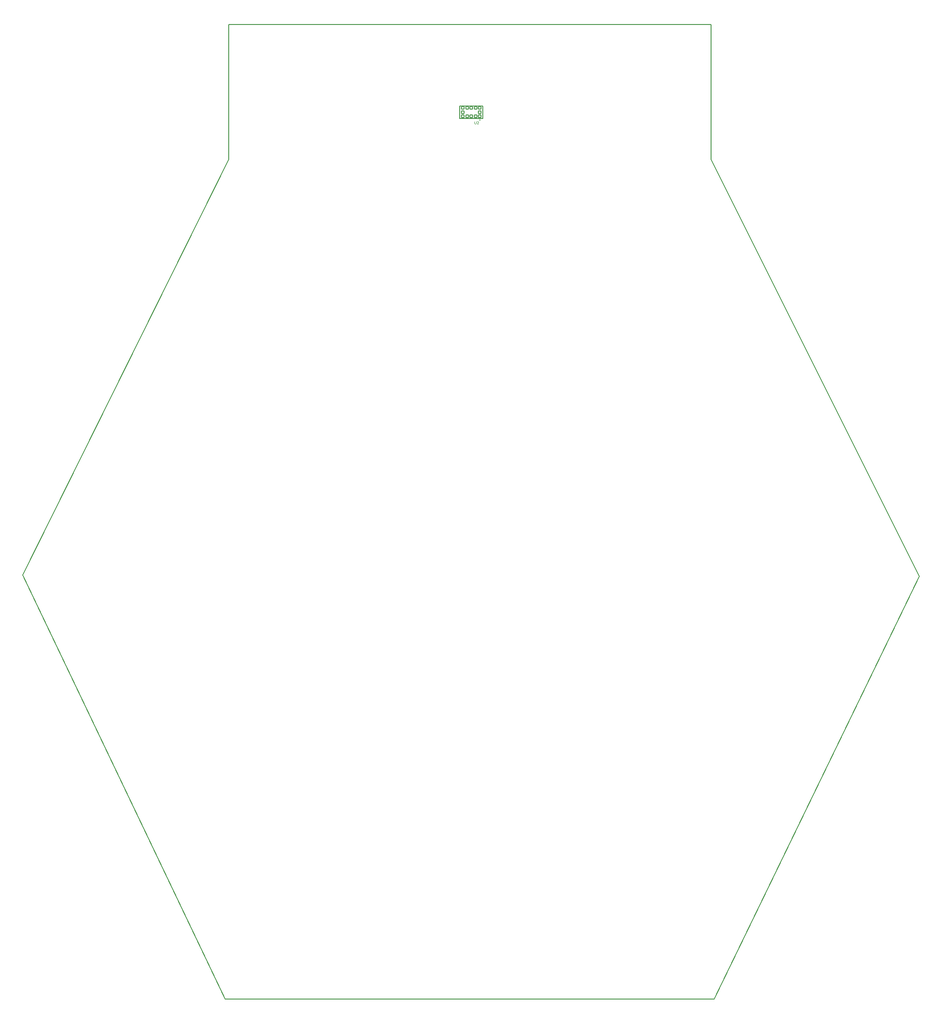
<source format=gto>
%TF.GenerationSoftware,KiCad,Pcbnew,6.0.11+dfsg-1*%
%TF.CreationDate,2024-04-05T16:29:55+02:00*%
%TF.ProjectId,hexapad,68657861-7061-4642-9e6b-696361645f70,rev?*%
%TF.SameCoordinates,Original*%
%TF.FileFunction,Legend,Top*%
%TF.FilePolarity,Positive*%
%FSLAX46Y46*%
G04 Gerber Fmt 4.6, Leading zero omitted, Abs format (unit mm)*
G04 Created by KiCad (PCBNEW 6.0.11+dfsg-1) date 2024-04-05 16:29:55*
%MOMM*%
%LPD*%
G01*
G04 APERTURE LIST*
G04 Aperture macros list*
%AMRoundRect*
0 Rectangle with rounded corners*
0 $1 Rounding radius*
0 $2 $3 $4 $5 $6 $7 $8 $9 X,Y pos of 4 corners*
0 Add a 4 corners polygon primitive as box body*
4,1,4,$2,$3,$4,$5,$6,$7,$8,$9,$2,$3,0*
0 Add four circle primitives for the rounded corners*
1,1,$1+$1,$2,$3*
1,1,$1+$1,$4,$5*
1,1,$1+$1,$6,$7*
1,1,$1+$1,$8,$9*
0 Add four rect primitives between the rounded corners*
20,1,$1+$1,$2,$3,$4,$5,0*
20,1,$1+$1,$4,$5,$6,$7,0*
20,1,$1+$1,$6,$7,$8,$9,0*
20,1,$1+$1,$8,$9,$2,$3,0*%
G04 Aperture macros list end*
%ADD10C,0.150000*%
%ADD11C,0.120042*%
%ADD12C,0.127000*%
%ADD13RoundRect,0.102000X-0.250000X-0.250000X0.250000X-0.250000X0.250000X0.250000X-0.250000X0.250000X0*%
G04 APERTURE END LIST*
D10*
X125300000Y-60475000D02*
X86125000Y-139475000D01*
X217100000Y-34800000D02*
X125300000Y-34798000D01*
X124625000Y-220075000D02*
X217700000Y-220075000D01*
X256700000Y-139725000D02*
X217075000Y-60475000D01*
X217700000Y-220075000D02*
X256700000Y-139725000D01*
X217075000Y-60475000D02*
X217100000Y-34800000D01*
X125300000Y-34798000D02*
X125300000Y-60475000D01*
X86125000Y-139475000D02*
X124625000Y-220075000D01*
D11*
X172075002Y-53229557D02*
X172075002Y-53618263D01*
X172097867Y-53663993D01*
X172120732Y-53686858D01*
X172166462Y-53709723D01*
X172257922Y-53709723D01*
X172303652Y-53686858D01*
X172326517Y-53663993D01*
X172349382Y-53618263D01*
X172349382Y-53229557D01*
X172555168Y-53275288D02*
X172578033Y-53252423D01*
X172623763Y-53229557D01*
X172738088Y-53229557D01*
X172783818Y-53252423D01*
X172806683Y-53275288D01*
X172829548Y-53321018D01*
X172829548Y-53366748D01*
X172806683Y-53435343D01*
X172532303Y-53709723D01*
X172829548Y-53709723D01*
D12*
X169264500Y-50260000D02*
X169264500Y-52660000D01*
X173664500Y-50260000D02*
X169264500Y-50260000D01*
X169264500Y-52660000D02*
X173664500Y-52660000D01*
X173664500Y-52660000D02*
X173664500Y-50260000D01*
D10*
X173162500Y-52956000D02*
G75*
G03*
X173162500Y-52956000I-75000J0D01*
G01*
%LPC*%
D13*
X173064500Y-52260000D03*
X172264500Y-52260000D03*
X171464500Y-52260000D03*
X170664500Y-52260000D03*
X169864500Y-52260000D03*
X169864500Y-51460000D03*
X169864500Y-50660000D03*
X170664500Y-50660000D03*
X171464500Y-50660000D03*
X172264500Y-50660000D03*
X173064500Y-50660000D03*
X173064500Y-51460000D03*
M02*

</source>
